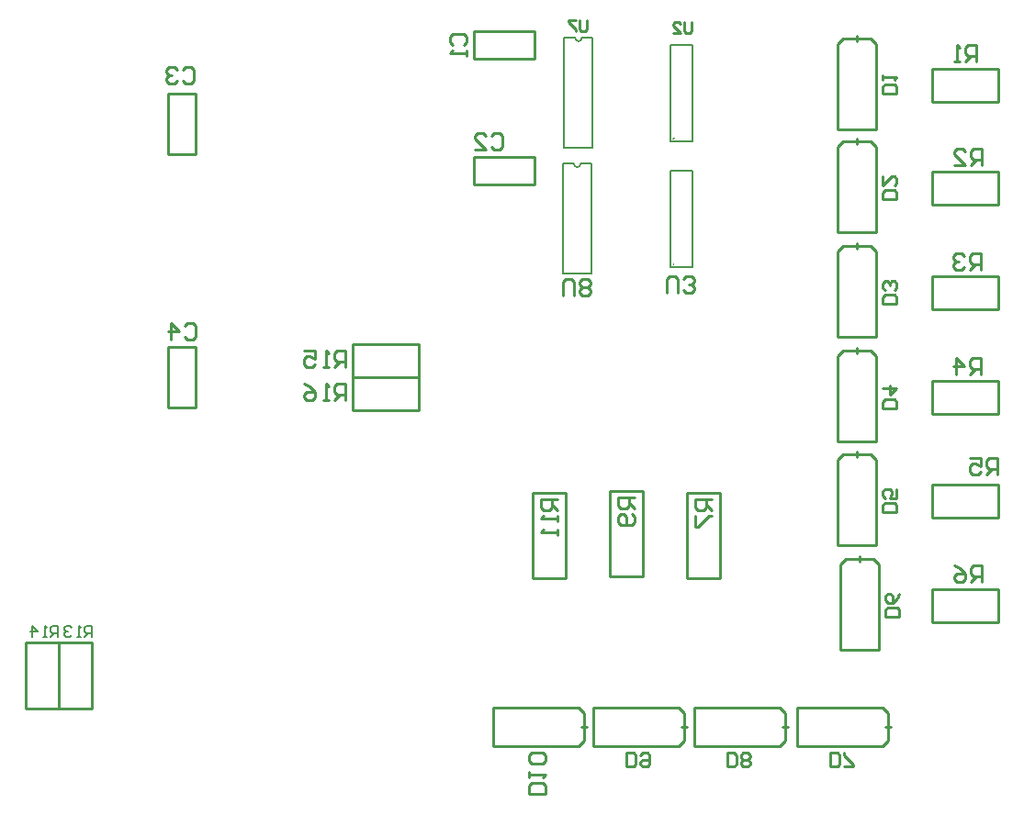
<source format=gbo>
G04 Layer_Color=32896*
%FSLAX25Y25*%
%MOIN*%
G70*
G01*
G75*
%ADD52C,0.00500*%
%ADD53C,0.01000*%
D52*
X445700Y304500D02*
G03*
X445700Y304500I-200J0D01*
G01*
Y350249D02*
G03*
X445700Y350249I-200J0D01*
G01*
X409356Y341000D02*
G03*
X411856Y341000I1250J0D01*
G01*
X409856Y386749D02*
G03*
X412356Y386749I1250J0D01*
G01*
X444500Y303500D02*
X452500D01*
X444500Y338500D02*
X452500D01*
X444500Y303500D02*
Y338500D01*
X452500Y303500D02*
Y338500D01*
X444500Y349249D02*
X452500D01*
X444500Y384249D02*
X452500D01*
X444500Y349249D02*
Y384249D01*
X452500Y349249D02*
Y384249D01*
X411856Y341000D02*
X415795D01*
X405417D02*
X409356D01*
X405417Y301000D02*
Y341000D01*
Y301000D02*
X415795D01*
Y341000D01*
X412356Y386749D02*
X416295D01*
X405917D02*
X409856D01*
X405917Y346749D02*
Y386749D01*
Y346749D02*
X416295D01*
Y386749D01*
X234500Y169000D02*
Y172999D01*
X232501D01*
X231834Y172332D01*
Y170999D01*
X232501Y170333D01*
X234500D01*
X233167D02*
X231834Y169000D01*
X230501D02*
X229168D01*
X229835D01*
Y172999D01*
X230501Y172332D01*
X227169D02*
X226503Y172999D01*
X225170D01*
X224503Y172332D01*
Y171666D01*
X225170Y170999D01*
X225836D01*
X225170D01*
X224503Y170333D01*
Y169667D01*
X225170Y169000D01*
X226503D01*
X227169Y169667D01*
X222000Y169000D02*
Y172999D01*
X220001D01*
X219334Y172332D01*
Y170999D01*
X220001Y170333D01*
X222000D01*
X220667D02*
X219334Y169000D01*
X218001D02*
X216668D01*
X217335D01*
Y172999D01*
X218001Y172332D01*
X212670Y169000D02*
Y172999D01*
X214669Y170999D01*
X212003D01*
D53*
X380000Y135445D02*
Y143500D01*
Y129500D02*
Y135445D01*
X411000Y143500D02*
X413000Y141500D01*
X380000Y143500D02*
X411000D01*
X413000Y131500D02*
Y141500D01*
X411000Y129500D02*
X413000Y131500D01*
X380000Y129500D02*
X411000D01*
X412000Y136500D02*
X414000D01*
X416500Y135445D02*
Y143500D01*
Y129500D02*
Y135445D01*
X447500Y143500D02*
X449500Y141500D01*
X416500Y143500D02*
X447500D01*
X449500Y131500D02*
Y141500D01*
X447500Y129500D02*
X449500Y131500D01*
X416500Y129500D02*
X447500D01*
X448500Y136500D02*
X450500D01*
X453000Y135445D02*
Y143500D01*
Y129500D02*
Y135445D01*
X484000Y143500D02*
X486000Y141500D01*
X453000Y143500D02*
X484000D01*
X486000Y131500D02*
Y141500D01*
X484000Y129500D02*
X486000Y131500D01*
X453000Y129500D02*
X484000D01*
X485000Y136500D02*
X487000D01*
X490500Y135445D02*
Y143500D01*
Y129500D02*
Y135445D01*
X521500Y143500D02*
X523500Y141500D01*
X490500Y143500D02*
X521500D01*
X523500Y131500D02*
Y141500D01*
X521500Y129500D02*
X523500Y131500D01*
X490500Y129500D02*
X521500D01*
X522500Y136500D02*
X524500D01*
X506000Y164500D02*
X514055D01*
X520000D01*
X506000Y195500D02*
X508000Y197500D01*
X506000Y164500D02*
Y195500D01*
X508000Y197500D02*
X518000D01*
X520000Y195500D01*
Y164500D02*
Y195500D01*
X513000Y196500D02*
Y198500D01*
X505000Y202500D02*
X513055D01*
X519000D01*
X505000Y233500D02*
X507000Y235500D01*
X505000Y202500D02*
Y233500D01*
X507000Y235500D02*
X517000D01*
X519000Y233500D01*
Y202500D02*
Y233500D01*
X512000Y234500D02*
Y236500D01*
X505000Y240000D02*
X513055D01*
X519000D01*
X505000Y271000D02*
X507000Y273000D01*
X505000Y240000D02*
Y271000D01*
X507000Y273000D02*
X517000D01*
X519000Y271000D01*
Y240000D02*
Y271000D01*
X512000Y272000D02*
Y274000D01*
X505000Y278000D02*
X513055D01*
X519000D01*
X505000Y309000D02*
X507000Y311000D01*
X505000Y278000D02*
Y309000D01*
X507000Y311000D02*
X517000D01*
X519000Y309000D01*
Y278000D02*
Y309000D01*
X512000Y310000D02*
Y312000D01*
X505000Y316000D02*
X513055D01*
X519000D01*
X505000Y347000D02*
X507000Y349000D01*
X505000Y316000D02*
Y347000D01*
X507000Y349000D02*
X517000D01*
X519000Y347000D01*
Y316000D02*
Y347000D01*
X512000Y348000D02*
Y350000D01*
X505000Y353500D02*
X513055D01*
X519000D01*
X505000Y384500D02*
X507000Y386500D01*
X505000Y353500D02*
Y384500D01*
X507000Y386500D02*
X517000D01*
X519000Y384500D01*
Y353500D02*
Y384500D01*
X512000Y385500D02*
Y387500D01*
X262000Y274500D02*
X269350D01*
X262000Y252500D02*
Y274500D01*
Y252500D02*
X272000D01*
Y274500D01*
X269350D02*
X272000D01*
X262000Y366500D02*
X269350D01*
X262000Y344500D02*
Y366500D01*
Y344500D02*
X272000D01*
Y366500D01*
X269350D02*
X272000D01*
X373000Y333500D02*
Y340850D01*
Y333500D02*
X395000D01*
Y343500D01*
X373000D02*
X395000D01*
X373000Y340850D02*
Y343500D01*
Y379249D02*
Y386599D01*
Y379249D02*
X395000D01*
Y389249D01*
X373000D02*
X395000D01*
X373000Y386599D02*
Y389249D01*
X329000Y251500D02*
Y257988D01*
Y251500D02*
X353000D01*
Y263500D01*
X329000D02*
X353000D01*
X329000Y257988D02*
Y263500D01*
Y269988D01*
Y263500D02*
X353000D01*
Y275500D01*
X329000D02*
X353000D01*
X329000Y269988D02*
Y275500D01*
X210500Y167000D02*
X216988D01*
X210500Y143000D02*
Y167000D01*
Y143000D02*
X222500D01*
Y167000D01*
X216988D02*
X222500D01*
X228012Y143000D02*
X234500D01*
Y167000D01*
X222500D02*
X234500D01*
X222500Y143000D02*
Y167000D01*
Y143000D02*
X228012D01*
X539500Y174500D02*
Y180988D01*
Y174500D02*
X563500D01*
Y186500D01*
X539500D02*
X563500D01*
X539500Y180988D02*
Y186500D01*
Y212500D02*
Y218988D01*
Y212500D02*
X563500D01*
Y224500D01*
X539500D02*
X563500D01*
X539500Y218988D02*
Y224500D01*
Y250000D02*
Y256488D01*
Y250000D02*
X563500D01*
Y262000D01*
X539500D02*
X563500D01*
X539500Y256488D02*
Y262000D01*
Y288000D02*
Y294488D01*
Y288000D02*
X563500D01*
Y300000D01*
X539500D02*
X563500D01*
X539500Y294488D02*
Y300000D01*
Y326000D02*
Y332488D01*
Y326000D02*
X563500D01*
Y338000D01*
X539500D02*
X563500D01*
X539500Y332488D02*
Y338000D01*
Y363500D02*
Y369988D01*
Y363500D02*
X563500D01*
Y375500D01*
X539500D02*
X563500D01*
X539500Y369988D02*
Y375500D01*
X400500Y190500D02*
X406500D01*
Y221500D01*
X394500D02*
X406500D01*
X394500Y190500D02*
Y221500D01*
Y190500D02*
X400500D01*
X428500Y191000D02*
X434500D01*
Y222000D01*
X422500D02*
X434500D01*
X422500Y191000D02*
Y222000D01*
Y191000D02*
X428500D01*
X456500Y190500D02*
X462500D01*
Y221500D01*
X450500D02*
X462500D01*
X450500Y190500D02*
Y221500D01*
Y190500D02*
X456500D01*
X365502Y384251D02*
X364502Y385250D01*
Y387250D01*
X365502Y388249D01*
X369500D01*
X370500Y387250D01*
Y385250D01*
X369500Y384251D01*
X370500Y382251D02*
Y380252D01*
Y381252D01*
X364502D01*
X365502Y382251D01*
X379501Y350998D02*
X380501Y351998D01*
X382500D01*
X383500Y350998D01*
Y347000D01*
X382500Y346000D01*
X380501D01*
X379501Y347000D01*
X373503Y346000D02*
X377502D01*
X373503Y349999D01*
Y350998D01*
X374503Y351998D01*
X376502D01*
X377502Y350998D01*
X267501Y374998D02*
X268501Y375998D01*
X270500D01*
X271500Y374998D01*
Y371000D01*
X270500Y370000D01*
X268501D01*
X267501Y371000D01*
X265502Y374998D02*
X264502Y375998D01*
X262503D01*
X261503Y374998D01*
Y373999D01*
X262503Y372999D01*
X263503D01*
X262503D01*
X261503Y371999D01*
Y371000D01*
X262503Y370000D01*
X264502D01*
X265502Y371000D01*
X268001Y281998D02*
X269001Y282998D01*
X271000D01*
X272000Y281998D01*
Y278000D01*
X271000Y277000D01*
X269001D01*
X268001Y278000D01*
X263003Y277000D02*
Y282998D01*
X266002Y279999D01*
X262003D01*
X526623Y366500D02*
X521624D01*
Y368999D01*
X522458Y369832D01*
X525790D01*
X526623Y368999D01*
Y366500D01*
X521624Y371498D02*
Y373165D01*
Y372331D01*
X526623D01*
X525790Y371498D01*
X526498Y328000D02*
X521500D01*
Y330499D01*
X522333Y331332D01*
X525665D01*
X526498Y330499D01*
Y328000D01*
X521500Y336331D02*
Y332998D01*
X524832Y336331D01*
X525665D01*
X526498Y335498D01*
Y333831D01*
X525665Y332998D01*
X526498Y290000D02*
X521500D01*
Y292499D01*
X522333Y293332D01*
X525665D01*
X526498Y292499D01*
Y290000D01*
X525665Y294998D02*
X526498Y295831D01*
Y297498D01*
X525665Y298331D01*
X524832D01*
X523999Y297498D01*
Y296665D01*
Y297498D01*
X523166Y298331D01*
X522333D01*
X521500Y297498D01*
Y295831D01*
X522333Y294998D01*
X526498Y252000D02*
X521500D01*
Y254499D01*
X522333Y255332D01*
X525665D01*
X526498Y254499D01*
Y252000D01*
X521500Y259498D02*
X526498D01*
X523999Y256998D01*
Y260331D01*
X526498Y214500D02*
X521500D01*
Y216999D01*
X522333Y217832D01*
X525665D01*
X526498Y216999D01*
Y214500D01*
Y222831D02*
Y219498D01*
X523999D01*
X524832Y221164D01*
Y221998D01*
X523999Y222831D01*
X522333D01*
X521500Y221998D01*
Y220331D01*
X522333Y219498D01*
X527498Y176500D02*
X522500D01*
Y178999D01*
X523333Y179832D01*
X526665D01*
X527498Y178999D01*
Y176500D01*
Y184831D02*
X526665Y183165D01*
X524999Y181498D01*
X523333D01*
X522500Y182331D01*
Y183998D01*
X523333Y184831D01*
X524166D01*
X524999Y183998D01*
Y181498D01*
X502500Y122002D02*
Y127000D01*
X504999D01*
X505832Y126167D01*
Y122835D01*
X504999Y122002D01*
X502500D01*
X507498D02*
X510831D01*
Y122835D01*
X507498Y126167D01*
Y127000D01*
X465000Y122002D02*
Y127000D01*
X467499D01*
X468332Y126167D01*
Y122835D01*
X467499Y122002D01*
X465000D01*
X469998Y122835D02*
X470831Y122002D01*
X472498D01*
X473331Y122835D01*
Y123668D01*
X472498Y124501D01*
X473331Y125334D01*
Y126167D01*
X472498Y127000D01*
X470831D01*
X469998Y126167D01*
Y125334D01*
X470831Y124501D01*
X469998Y123668D01*
Y122835D01*
X470831Y124501D02*
X472498D01*
X428500Y122002D02*
Y127000D01*
X430999D01*
X431832Y126167D01*
Y122835D01*
X430999Y122002D01*
X428500D01*
X433498Y126167D02*
X434331Y127000D01*
X435998D01*
X436831Y126167D01*
Y122835D01*
X435998Y122002D01*
X434331D01*
X433498Y122835D01*
Y123668D01*
X434331Y124501D01*
X436831D01*
X398998Y112000D02*
X393000D01*
Y114999D01*
X394000Y115999D01*
X397998D01*
X398998Y114999D01*
Y112000D01*
X393000Y117998D02*
Y119997D01*
Y118998D01*
X398998D01*
X397998Y117998D01*
Y122996D02*
X398998Y123996D01*
Y125996D01*
X397998Y126995D01*
X394000D01*
X393000Y125996D01*
Y123996D01*
X394000Y122996D01*
X397998D01*
X555500Y378000D02*
Y383998D01*
X552501D01*
X551501Y382998D01*
Y380999D01*
X552501Y379999D01*
X555500D01*
X553501D02*
X551501Y378000D01*
X549502D02*
X547503D01*
X548502D01*
Y383998D01*
X549502Y382998D01*
X557500Y340500D02*
Y346498D01*
X554501D01*
X553501Y345498D01*
Y343499D01*
X554501Y342499D01*
X557500D01*
X555501D02*
X553501Y340500D01*
X547503D02*
X551502D01*
X547503Y344499D01*
Y345498D01*
X548503Y346498D01*
X550502D01*
X551502Y345498D01*
X557000Y302500D02*
Y308498D01*
X554001D01*
X553001Y307498D01*
Y305499D01*
X554001Y304499D01*
X557000D01*
X555001D02*
X553001Y302500D01*
X551002Y307498D02*
X550002Y308498D01*
X548003D01*
X547003Y307498D01*
Y306499D01*
X548003Y305499D01*
X549003D01*
X548003D01*
X547003Y304499D01*
Y303500D01*
X548003Y302500D01*
X550002D01*
X551002Y303500D01*
X557000Y264500D02*
Y270498D01*
X554001D01*
X553001Y269498D01*
Y267499D01*
X554001Y266499D01*
X557000D01*
X555001D02*
X553001Y264500D01*
X548003D02*
Y270498D01*
X551002Y267499D01*
X547003D01*
X563000Y228000D02*
Y233998D01*
X560001D01*
X559001Y232998D01*
Y230999D01*
X560001Y229999D01*
X563000D01*
X561001D02*
X559001Y228000D01*
X553003Y233998D02*
X557002D01*
Y230999D01*
X555003Y231999D01*
X554003D01*
X553003Y230999D01*
Y229000D01*
X554003Y228000D01*
X556002D01*
X557002Y229000D01*
X557500Y189000D02*
Y194998D01*
X554501D01*
X553501Y193998D01*
Y191999D01*
X554501Y190999D01*
X557500D01*
X555501D02*
X553501Y189000D01*
X547503Y194998D02*
X549503Y193998D01*
X551502Y191999D01*
Y190000D01*
X550502Y189000D01*
X548503D01*
X547503Y190000D01*
Y190999D01*
X548503Y191999D01*
X551502D01*
X459500Y219250D02*
X453502D01*
Y216251D01*
X454502Y215251D01*
X456501D01*
X457501Y216251D01*
Y219250D01*
Y217251D02*
X459500Y215251D01*
X453502Y213252D02*
Y209253D01*
X454502D01*
X458500Y213252D01*
X459500D01*
X431500Y219750D02*
X425502D01*
Y216751D01*
X426502Y215751D01*
X428501D01*
X429501Y216751D01*
Y219750D01*
Y217751D02*
X431500Y215751D01*
X430500Y213752D02*
X431500Y212752D01*
Y210753D01*
X430500Y209753D01*
X426502D01*
X425502Y210753D01*
Y212752D01*
X426502Y213752D01*
X427501D01*
X428501Y212752D01*
Y209753D01*
X403500Y219250D02*
X397502D01*
Y216251D01*
X398502Y215251D01*
X400501D01*
X401501Y216251D01*
Y219250D01*
Y217251D02*
X403500Y215251D01*
Y213252D02*
Y211253D01*
Y212252D01*
X397502D01*
X398502Y213252D01*
X403500Y208254D02*
Y206254D01*
Y207254D01*
X397502D01*
X398502Y208254D01*
X326500Y267000D02*
Y272998D01*
X323501D01*
X322501Y271998D01*
Y269999D01*
X323501Y268999D01*
X326500D01*
X324501D02*
X322501Y267000D01*
X320502D02*
X318503D01*
X319502D01*
Y272998D01*
X320502Y271998D01*
X311505Y272998D02*
X315504D01*
Y269999D01*
X313504Y270999D01*
X312505D01*
X311505Y269999D01*
Y268000D01*
X312505Y267000D01*
X314504D01*
X315504Y268000D01*
X326500Y255000D02*
Y260998D01*
X323501D01*
X322501Y259998D01*
Y257999D01*
X323501Y256999D01*
X326500D01*
X324501D02*
X322501Y255000D01*
X320502D02*
X318503D01*
X319502D01*
Y260998D01*
X320502Y259998D01*
X311505Y260998D02*
X313504Y259998D01*
X315504Y257999D01*
Y256000D01*
X314504Y255000D01*
X312505D01*
X311505Y256000D01*
Y256999D01*
X312505Y257999D01*
X315504D01*
X452000Y392499D02*
Y389166D01*
X451334Y388500D01*
X450001D01*
X449334Y389166D01*
Y392499D01*
X445335Y388500D02*
X448001D01*
X445335Y391166D01*
Y391832D01*
X446002Y392499D01*
X447335D01*
X448001Y391832D01*
X443000Y293991D02*
Y298989D01*
X444000Y299989D01*
X445999D01*
X446999Y298989D01*
Y293991D01*
X448998Y294990D02*
X449998Y293991D01*
X451997D01*
X452997Y294990D01*
Y295990D01*
X451997Y296990D01*
X450997D01*
X451997D01*
X452997Y297989D01*
Y298989D01*
X451997Y299989D01*
X449998D01*
X448998Y298989D01*
X414000Y392999D02*
Y389666D01*
X413334Y389000D01*
X412001D01*
X411334Y389666D01*
Y392999D01*
X410001D02*
X407336D01*
Y392332D01*
X410001Y389666D01*
Y389000D01*
X405500Y293002D02*
Y298000D01*
X406500Y299000D01*
X408499D01*
X409499Y298000D01*
Y293002D01*
X411498Y294002D02*
X412498Y293002D01*
X414497D01*
X415497Y294002D01*
Y295001D01*
X414497Y296001D01*
X415497Y297001D01*
Y298000D01*
X414497Y299000D01*
X412498D01*
X411498Y298000D01*
Y297001D01*
X412498Y296001D01*
X411498Y295001D01*
Y294002D01*
X412498Y296001D02*
X414497D01*
M02*

</source>
